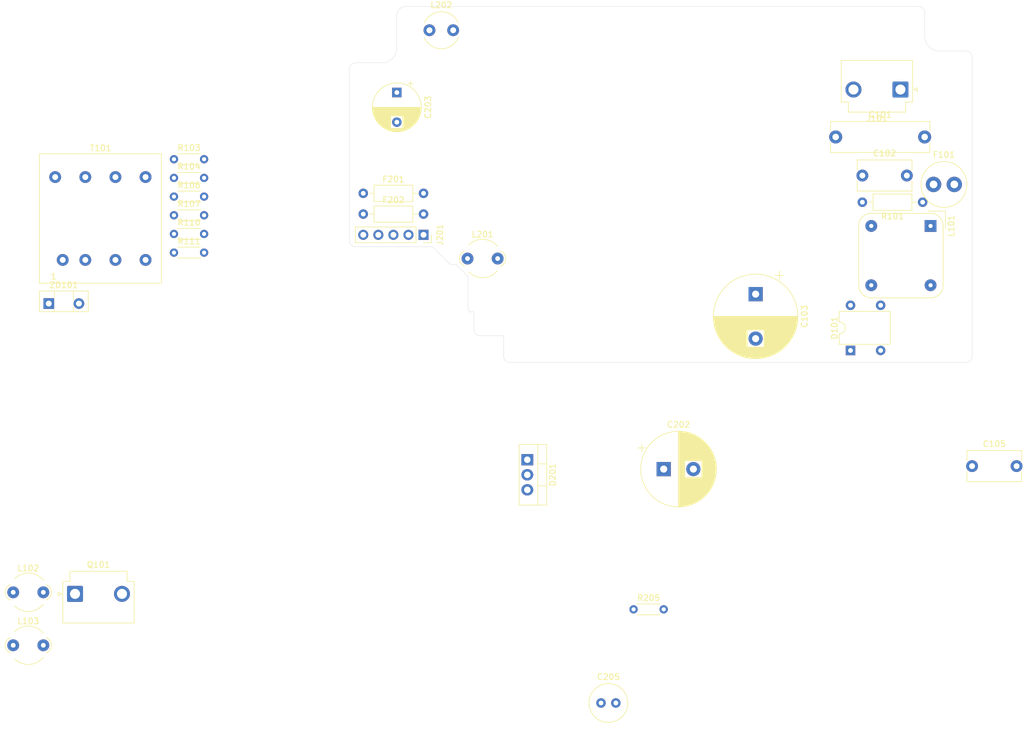
<source format=kicad_pcb>
(kicad_pcb (version 20221018) (generator pcbnew)
  (layers (0 "F.Cu" signal) (31 "B.Cu" signal) (34 "B.Paste" user) (35 "F.Paste" user) (36 "B.SilkS" user "B.Silkscreen") (37 "F.SilkS" user "F.Silkscreen") (38 "B.Mask" user) (39 "F.Mask" user) (44 "Edge.Cuts" user))
  (net 0 "")
  (net 1 "Net-(J101-AC_N)")
  (net 2 "Net-(D101--)")
  (net 3 "GND")
  (net 4 "Net-(C202-Pad1)")
  (net 5 "Net-(D101-+)")
  (net 6 "Net-(C205-Pad1)")
  (net 7 "Net-(D101-Pad3)")
  (net 8 "Net-(D101-Pad2)")
  (net 9 "Net-(D201-K)")
  (net 10 "Net-(D201-A-Pad1)")
  (net 11 "Net-(F202-Pad2)")
  (net 12 "Net-(J101-AC_P)")
  (net 13 "Net-(J201-Pin_5)")
  (net 14 "Net-(J201-Pin_3)")
  (net 15 "Net-(Q101-D)")
  (net 16 "Net-(D102-A)")
  (net 17 "SUB1")
  (net 18 "Net-(L103-Pad2)")
  (net 19 "Net-(Q101-G)")
  (net 20 "SUB3")
  (net 21 "Net-(C105-Pad2)")
  (net 22 "Net-(R103-Pad2)")
  (net 23 "Net-(C106-Pad2)")
  (net 24 "Net-(R106-Pad2)")
  (net 25 "Net-(HS1-Pad2)")
  (net 27 "Net-(R110-Pad2)")
  (net 28 "Net-(ZD101-K)")
  (net 33 "Net-(C101-Pad2)")
  (footprint "Capacitor_THT:C_Rect_L16.5mm_W5.0mm_P15.00mm_MKT" (layer "F.Cu") (at 171 101)
    (fp_text reference "C101" (at 7.5 -3.75) (layer "F.SilkS"))
    (fp_text value "C")
    (pad "1" thru_hole circle (at 0 0) (size 2.2 2.2) (drill 1.1) (layers "*.Cu" "*.Mask") (net 1 "Net-(J101-AC_N)"))
    (pad "2" thru_hole circle (at 15 0) (size 2.2 2.2) (drill 1.1) (layers "*.Cu" "*.Mask") (net 33 "Net-(C101-Pad2)"))
  )
  (footprint "Capacitor_THT:C_Disc_D9.0mm_W5.0mm_P7.50mm" (layer "F.Cu") (at 175.5 107.5)
    (fp_text reference "C102" (at 3.75 -3.75) (layer "F.SilkS"))
    (fp_text value "C")
    (pad "1" thru_hole circle (at 0 0) (size 2 2) (drill 1) (layers "*.Cu" "*.Mask") (net 1 "Net-(J101-AC_N)"))
    (pad "2" thru_hole circle (at 7.5 0) (size 2 2) (drill 1) (layers "*.Cu" "*.Mask") (net 33 "Net-(C101-Pad2)"))
  )
  (footprint "Capacitor_THT:CP_Radial_D14.0mm_P7.50mm" (layer "F.Cu") (at 157.5 127.5 -90)
    (fp_text reference "C103" (at 3.75 -8.25 90) (layer "F.SilkS"))
    (fp_text value "47uF 400V")
    (pad "1" thru_hole rect (at 0 0 270) (size 2.4 2.4) (drill 1.2) (layers "*.Cu" "*.Mask") (net 2 "Net-(D101--)"))
    (pad "2" thru_hole circle (at 7.5 0 270) (size 2.4 2.4) (drill 1.2) (layers "*.Cu" "*.Mask") (net 5 "Net-(D101-+)"))
  )
  (footprint "Capacitor_THT:CP_Radial_D12.5mm_P5.00mm" (layer "F.Cu") (at 142 157)
    (fp_text reference "C202" (at 2.5 -7.5) (layer "F.SilkS"))
    (fp_text value "680uF 35V")
    (pad "1" thru_hole rect (at 0 0) (size 2.4 2.4) (drill 1.2) (layers "*.Cu" "*.Mask") (net 4 "Net-(C202-Pad1)"))
    (pad "2" thru_hole circle (at 5 0) (size 2.4 2.4) (drill 1.2) (layers "*.Cu" "*.Mask") (net 3 "GND"))
  )
  (footprint "Capacitor_THT:CP_Radial_D8.0mm_P5.00mm" (layer "F.Cu") (at 97 93.5 -90)
    (fp_text reference "C203" (at 2.5 -5.25 90) (layer "F.SilkS"))
    (fp_text value "560uF 25V")
    (pad "1" thru_hole rect (at 0 0 270) (size 1.6 1.6) (drill 0.8) (layers "*.Cu" "*.Mask") (net 9 "Net-(D201-K)"))
    (pad "2" thru_hole circle (at 5 0 270) (size 1.6 1.6) (drill 0.8) (layers "*.Cu" "*.Mask") (net 3 "GND"))
  )
  (footprint "Capacitor_THT:C_Radial_D6.3mm_H5.0mm_P2.50mm" (layer "F.Cu") (at 131.43 196.44)
    (fp_text reference "C205" (at 1.25 -4.4) (layer "F.SilkS"))
    (fp_text value "330uF 10V")
    (pad "1" thru_hole circle (at 0 0) (size 1.6 1.6) (drill 0.8) (layers "*.Cu" "*.Mask") (net 6 "Net-(C205-Pad1)"))
    (pad "2" thru_hole circle (at 2.5 0) (size 1.6 1.6) (drill 0.8) (layers "*.Cu" "*.Mask") (net 3 "GND"))
  )
  (footprint "Package_TO_SOT_THT:TO-220-3_Vertical" (layer "F.Cu") (at 119 155.42 -90)
    (fp_text reference "D201" (at 2.54 -4.27 90) (layer "F.SilkS"))
    (fp_text value "MA10799")
    (pad "1" thru_hole rect (at 0 0 270) (size 1.905 2) (drill 1.1) (layers "*.Cu" "*.Mask") (net 10 "Net-(D201-A-Pad1)"))
    (pad "2" thru_hole oval (at 2.54 0 270) (size 1.905 2) (drill 1.1) (layers "*.Cu" "*.Mask") (net 9 "Net-(D201-K)"))
    (pad "3" thru_hole oval (at 5.08 0 270) (size 1.905 2) (drill 1.1) (layers "*.Cu" "*.Mask") (net 10 "Net-(D201-A-Pad1)"))
  )
  (footprint "Inductor_THT:L_Radial_D7.5mm_P3.50mm_Fastron_07P" (layer "F.Cu") (at 187.5 109)
    (fp_text reference "F101" (at 1.75 -5) (layer "F.SilkS"))
    (fp_text value "Fuse")
    (pad "1" thru_hole circle (at 0 0) (size 2.6 2.6) (drill 1.3) (layers "*.Cu" "*.Mask") (net 33 "Net-(C101-Pad2)"))
    (pad "2" thru_hole circle (at 3.5 0) (size 2.6 2.6) (drill 1.3) (layers "*.Cu" "*.Mask") (net 12 "Net-(J101-AC_P)"))
  )
  (footprint "Resistor_THT:R_Axial_DIN0207_L6.3mm_D2.5mm_P10.16mm_Horizontal" (layer "F.Cu") (at 91.34 110.5)
    (fp_text reference "F201" (at 5.08 -2.37) (layer "F.SilkS"))
    (fp_text value "Fuse")
    (pad "1" thru_hole circle (at 0 0) (size 1.6 1.6) (drill 0.8) (layers "*.Cu" "*.Mask") (net 14 "Net-(J201-Pin_3)"))
    (pad "2" thru_hole oval (at 10.16 0) (size 1.6 1.6) (drill 0.8) (layers "*.Cu" "*.Mask") (net 6 "Net-(C205-Pad1)"))
  )
  (footprint "Resistor_THT:R_Axial_DIN0207_L6.3mm_D2.5mm_P10.16mm_Horizontal" (layer "F.Cu") (at 91.34 114)
    (fp_text reference "F202" (at 5.08 -2.37) (layer "F.SilkS"))
    (fp_text value "Fuse")
    (pad "1" thru_hole circle (at 0 0) (size 1.6 1.6) (drill 0.8) (layers "*.Cu" "*.Mask") (net 13 "Net-(J201-Pin_5)"))
    (pad "2" thru_hole oval (at 10.16 0) (size 1.6 1.6) (drill 0.8) (layers "*.Cu" "*.Mask") (net 11 "Net-(F202-Pad2)"))
  )
  (footprint "Connector_JST:JST_VH_B2P3-VH_1x02_P7.92mm_Vertical" (layer "F.Cu") (at 181.92 93 180)
    (fp_text reference "J101" (at 3.96 -4.9 180) (layer "F.SilkS"))
    (fp_text value "Conn_WallPlug")
    (pad "1" thru_hole roundrect (at 0 0 180) (size 2.7 2.7) (drill 1.7) (layers "*.Cu" "*.Mask") (roundrect_rratio 0.092593) (net 12 "Net-(J101-AC_P)"))
    (pad "2" thru_hole circle (at 7.92 0 180) (size 2.7 2.7) (drill 1.7) (layers "*.Cu" "*.Mask") (net 1 "Net-(J101-AC_N)"))
  )
  (footprint "Ferrite_THT:LairdTech_28C0236-0JW-10" (layer "F.Cu") (at 108.92 121.5)
    (fp_text reference "L201" (at 2.54 -4.064) (layer "F.SilkS"))
    (fp_text value "Ferrite_Bead")
    (pad "1" thru_hole circle (at 0 0) (size 2 2) (drill 0.8) (layers "*.Cu" "*.Mask") (net 11 "Net-(F202-Pad2)"))
    (pad "2" thru_hole circle (at 5.08 0) (size 2 2) (drill 0.8) (layers "*.Cu" "*.Mask") (net 9 "Net-(D201-K)"))
  )
  (footprint "Inductor_THT:L_Radial_D6.0mm_P4.00mm" (layer "F.Cu") (at 102.5 83)
    (fp_text reference "L202" (at 2 -4.25) (layer "F.SilkS"))
    (fp_text value "L_Core_Ferrite")
    (pad "1" thru_hole circle (at 0 0) (size 2 2) (drill 1) (layers "*.Cu" "*.Mask") (net 6 "Net-(C205-Pad1)"))
    (pad "2" thru_hole circle (at 4 0) (size 2 2) (drill 1) (layers "*.Cu" "*.Mask") (net 4 "Net-(C202-Pad1)"))
  )
  (footprint "Resistor_THT:R_Axial_DIN0207_L6.3mm_D2.5mm_P10.16mm_Horizontal" (layer "F.Cu") (at 185.66 112 180)
    (fp_text reference "R101" (at 5.08 -2.37 180) (layer "F.SilkS"))
    (fp_text value "3.1k")
    (pad "1" thru_hole circle (at 0 0 180) (size 1.6 1.6) (drill 0.8) (layers "*.Cu" "*.Mask") (net 33 "Net-(C101-Pad2)"))
    (pad "2" thru_hole oval (at 10.16 0 180) (size 1.6 1.6) (drill 0.8) (layers "*.Cu" "*.Mask") (net 1 "Net-(J101-AC_N)"))
  )
  (footprint "Resistor_THT:R_Axial_DIN0204_L3.6mm_D1.6mm_P5.08mm_Horizontal" (layer "F.Cu") (at 136.92 180.65)
    (fp_text reference "R205" (at 2.54 -1.92) (layer "F.SilkS"))
    (fp_text value "3.1k")
    (pad "1" thru_hole circle (at 0 0) (size 1.4 1.4) (drill 0.7) (layers "*.Cu" "*.Mask") (net 6 "Net-(C205-Pad1)"))
    (pad "2" thru_hole oval (at 5.08 0) (size 1.4 1.4) (drill 0.7) (layers "*.Cu" "*.Mask") (net 3 "GND"))
  )
  (footprint "Diode_THT:Diode_Bridge_DIP-4_W7.62mm_P5.08mm" (layer "F.Cu") (at 173.5 137 90)
    (fp_text reference "D101" (at 3.8 -2.7 90) (layer "F.SilkS"))
    (fp_text value "S1WB")
    (pad "1" thru_hole rect (at 0 0 90) (size 1.6 1.6) (drill 0.8) (layers "*.Cu" "*.Mask") (net 5 "Net-(D101-+)"))
    (pad "2" thru_hole oval (at 0 5.08 90) (size 1.6 1.6) (drill 0.8) (layers "*.Cu" "*.Mask") (net 8 "Net-(D101-Pad2)"))
    (pad "3" thru_hole oval (at 7.62 5.08 90) (size 1.6 1.6) (drill 0.8) (layers "*.Cu" "*.Mask") (net 7 "Net-(D101-Pad3)"))
    (pad "4" thru_hole oval (at 7.62 0 90) (size 1.6 1.6) (drill 0.8) (layers "*.Cu" "*.Mask") (net 2 "Net-(D101--)"))
  )
  (footprint "Package_TO_SOT_THT:TO-126-2_Vertical" (layer "F.Cu") (at 38.31 129.09)
    (fp_text reference "ZD101" (at 2.54 -3.12) (layer "F.SilkS"))
    (fp_text value "D_Zener")
    (pad "1" thru_hole rect (at 0 0) (size 1.8 1.8) (drill 1) (layers "*.Cu" "*.Mask") (net 28 "Net-(ZD101-K)"))
    (pad "2" thru_hole oval (at 5.08 0) (size 1.8 1.8) (drill 1) (layers "*.Cu" "*.Mask") (net 20 "SUB3"))
  )
  (footprint "Resistor_THT:R_Axial_DIN0204_L3.6mm_D1.6mm_P5.08mm_Horizontal" (layer "F.Cu") (at 59.42 114.2)
    (fp_text reference "R107" (at 2.54 -1.92) (layer "F.SilkS"))
    (fp_text value "R")
    (pad "1" thru_hole circle (at 0 0) (size 1.4 1.4) (drill 0.7) (layers "*.Cu" "*.Mask") (net 25 "Net-(HS1-Pad2)"))
    (pad "2" thru_hole oval (at 5.08 0) (size 1.4 1.4) (drill 0.7) (layers "*.Cu" "*.Mask"))
  )
  (footprint "Resistor_THT:R_Axial_DIN0204_L3.6mm_D1.6mm_P5.08mm_Horizontal" (layer "F.Cu") (at 59.42 107.9)
    (fp_text reference "R104" (at 2.54 -1.92) (layer "F.SilkS"))
    (fp_text value "R")
    (pad "1" thru_hole circle (at 0 0) (size 1.4 1.4) (drill 0.7) (layers "*.Cu" "*.Mask") (net 18 "Net-(L103-Pad2)"))
    (pad "2" thru_hole oval (at 5.08 0) (size 1.4 1.4) (drill 0.7) (layers "*.Cu" "*.Mask") (net 23 "Net-(C106-Pad2)"))
  )
  (footprint "Resistor_THT:R_Axial_DIN0204_L3.6mm_D1.6mm_P5.08mm_Horizontal" (layer "F.Cu") (at 59.42 120.5)
    (fp_text reference "R111" (at 2.54 -1.92) (layer "F.SilkS"))
    (fp_text value "R")
    (pad "1" thru_hole circle (at 0 0) (size 1.4 1.4) (drill 0.7) (layers "*.Cu" "*.Mask") (net 27 "Net-(R110-Pad2)"))
    (pad "2" thru_hole oval (at 5.08 0) (size 1.4 1.4) (drill 0.7) (layers "*.Cu" "*.Mask") (net 28 "Net-(ZD101-K)"))
  )
  (footprint "Inductor_THT:Choke_Schaffner_RN102-04-14.0x14.0mm" (layer "F.Cu") (at 187 116 -90)
    (fp_text reference "L101" (at 0 -3.5 90) (layer "F.SilkS"))
    (fp_text value "EMI_Filter_CommonMode")
    (pad "1" thru_hole rect (at 0 0 270) (size 2 2) (drill 0.7) (layers "*.Cu" "*.Mask") (net 33 "Net-(C101-Pad2)"))
    (pad "2" thru_hole circle (at 10 0 270) (size 2 2) (drill 0.7) (layers "*.Cu" "*.Mask") (net 8 "Net-(D101-Pad2)"))
    (pad "3" thru_hole circle (at 0 10 270) (size 2 2) (drill 0.7) (layers "*.Cu" "*.Mask") (net 1 "Net-(J101-AC_N)"))
    (pad "4" thru_hole circle (at 10 10 270) (size 2 2) (drill 0.7) (layers "*.Cu" "*.Mask") (net 7 "Net-(D101-Pad3)"))
  )
  (footprint "Connector_JST:JST_VH_B2P3-VH_1x02_P7.92mm_Vertical" (layer "F.Cu") (at 42.735 178.04)
    (fp_text reference "Q101" (at 3.96 -4.9) (layer "F.SilkS"))
    (fp_text value "Q_NMOS_GDS")
    (pad "1" thru_hole roundrect (at 0 0) (size 2.7 2.7) (drill 1.7) (layers "*.Cu" "*.Mask") (roundrect_rratio 0.092593) (net 19 "Net-(Q101-G)"))
    (pad "2" thru_hole circle (at 7.92 0) (size 2.7 2.7) (drill 1.7) (layers "*.Cu" "*.Mask") (net 15 "Net-(Q101-D)"))
  )
  (footprint "Resistor_THT:R_Axial_DIN0204_L3.6mm_D1.6mm_P5.08mm_Horizontal" (layer "F.Cu") (at 59.42 117.35)
    (fp_text reference "R110" (at 2.54 -1.92) (layer "F.SilkS"))
    (fp_text value "R")
    (pad "1" thru_hole circle (at 0 0) (size 1.4 1.4) (drill 0.7) (layers "*.Cu" "*.Mask") (net 24 "Net-(R106-Pad2)"))
    (pad "2" thru_hole oval (at 5.08 0) (size 1.4 1.4) (drill 0.7) (layers "*.Cu" "*.Mask") (net 27 "Net-(R110-Pad2)"))
  )
  (footprint "Capacitor_THT:C_Disc_D9.0mm_W5.0mm_P7.50mm" (layer "F.Cu") (at 194 156.5)
    (fp_text reference "C105" (at 3.75 -3.75) (layer "F.SilkS"))
    (fp_text value "KH472M")
    (pad "1" thru_hole circle (at 0 0) (size 2 2) (drill 1) (layers "*.Cu" "*.Mask") (net 20 "SUB3"))
    (pad "2" thru_hole circle (at 7.5 0) (size 2 2) (drill 1) (layers "*.Cu" "*.Mask") (net 21 "Net-(C105-Pad2)"))
  )
  (footprint "Ferrite_THT:LairdTech_28C0236-0JW-10" (layer "F.Cu") (at 32.312832 177.78)
    (fp_text reference "L102" (at 2.54 -4.064) (layer "F.SilkS"))
    (fp_text value "Ferrite_Bead")
    (pad "1" thru_hole circle (at 0 0) (size 2 2) (drill 0.8) (layers "*.Cu" "*.Mask") (net 15 "Net-(Q101-D)"))
    (pad "2" thru_hole circle (at 5.08 0) (size 2 2) (drill 0.8) (layers "*.Cu" "*.Mask") (net 16 "Net-(D102-A)"))
  )
  (footprint "Connector_PinSocket_2.54mm:PinSocket_1x05_P2.54mm_Vertical" (layer "F.Cu") (at 101.5 117.5 -90)
    (fp_text reference "J201" (at 0 -2.77 90) (layer "F.SilkS"))
    (fp_text value "Conn_01x05")
    (pad "1" thru_hole rect (at 0 0 270) (size 1.7 1.7) (drill 1) (layers "*.Cu" "*.Mask") (net 3 "GND"))
    (pad "2" thru_hole oval (at 0 2.54 270) (size 1.7 1.7) (drill 1) (layers "*.Cu" "*.Mask") (net 3 "GND"))
    (pad "3" thru_hole oval (at 0 5.08 270) (size 1.7 1.7) (drill 1) (layers "*.Cu" "*.Mask") (net 14 "Net-(J201-Pin_3)"))
    (pad "4" thru_hole oval (at 0 7.62 270) (size 1.7 1.7) (drill 1) (layers "*.Cu" "*.Mask") (net 14 "Net-(J201-Pin_3)"))
    (pad "5" thru_hole oval (at 0 10.16 270) (size 1.7 1.7) (drill 1) (layers "*.Cu" "*.Mask") (net 13 "Net-(J201-Pin_5)"))
  )
  (footprint "Resistor_THT:R_Axial_DIN0204_L3.6mm_D1.6mm_P5.08mm_Horizontal" (layer "F.Cu") (at 59.42 104.75)
    (fp_text reference "R103" (at 2.54 -1.92) (layer "F.SilkS"))
    (fp_text value "R")
    (pad "1" thru_hole circle (at 0 0) (size 1.4 1.4) (drill 0.7) (layers "*.Cu" "*.Mask") (net 2 "Net-(D101--)"))
    (pad "2" thru_hole oval (at 5.08 0) (size 1.4 1.4) (drill 0.7) (layers "*.Cu" "*.Mask") (net 22 "Net-(R103-Pad2)"))
  )
  (footprint "Transformer_THT:Transformer_Coilcraft_Q4434-B_Rhombus-T1311" (layer "F.Cu") (at 40.66 121.73)
    (fp_text reference "T101" (at 6.4 -18.85) (layer "F.SilkS"))
    (fp_text value "BM116A")
    (fp_text user "1" (at -1.52 2.79) (layer "F.SilkS"))
    (pad "1" thru_hole circle (at 0 0) (size 2 2) (drill 1) (layers "*.Cu" "*.Mask") (net 20 "SUB3"))
    (pad "2" thru_hole circle (at 3.81 0) (size 2 2) (drill 1) (layers "*.Cu" "*.Mask") (net 18 "Net-(L103-Pad2)"))
    (pad "3" thru_hole circle (at 8.89 0) (size 2 2) (drill 1) (layers "*.Cu" "*.Mask") (net 16 "Net-(D102-A)"))
    (pad "4" thru_hole circle (at 13.97 0) (size 2 2) (drill 1) (layers "*.Cu" "*.Mask") (net 2 "Net-(D101--)"))
    (pad "5" thru_hole circle (at 13.97 -13.97) (size 2 2) (drill 1) (layers "*.Cu" "*.Mask"))
    (pad "6" thru_hole circle (at 8.89 -13.97) (size 2 2) (drill 1) (layers "*.Cu" "*.Mask"))
    (pad "7" thru_hole circle (at 3.81 -13.97) (size 2 2) (drill 1) (layers "*.Cu" "*.Mask"))
    (pad "8" thru_hole circle (at -1.27 -13.97) (size 2 2) (drill 1) (layers "*.Cu" "*.Mask"))
  )
  (footprint "Ferrite_THT:LairdTech_28C0236-0JW-10" (layer "F.Cu") (at 32.312832 186.71)
    (fp_text reference "L103" (at 2.54 -4.064) (layer "F.SilkS"))
    (fp_text value "Ferrite_Bead")
    (pad "1" thru_hole circle (at 0 0) (size 2 2) (drill 0.8) (layers "*.Cu" "*.Mask") (net 17 "SUB1"))
    (pad "2" thru_hole circle (at 5.08 0) (size 2 2) (drill 0.8) (layers "*.Cu" "*.Mask") (net 18 "Net-(L103-Pad2)"))
  )
  (footprint "Resistor_THT:R_Axial_DIN0204_L3.6mm_D1.6mm_P5.08mm_Horizontal" (layer "F.Cu") (at 59.42 111.05)
    (fp_text reference "R106" (at 2.54 -1.92) (layer "F.SilkS"))
    (fp_text value "R")
    (pad "1" thru_hole circle (at 0 0) (size 1.4 1.4) (drill 0.7) (layers "*.Cu" "*.Mask") (net 22 "Net-(R103-Pad2)"))
    (pad "2" thru_hole oval (at 5.08 0) (size 1.4 1.4) (drill 0.7) (layers "*.Cu" "*.Mask") (net 24 "Net-(R106-Pad2)"))
  )
  (gr_line (start 90 88.5) (end 94.5 88.5) (stroke (width 0.05)) (layer "Edge.Cuts"))
  (gr_arc (start 116 139) (mid 115.292893 138.707107) (end 115 138) (stroke (width 0.05)) (layer "Edge.Cuts"))
  (gr_line (start 185 79) (end 98.5 79) (stroke (width 0.05)) (layer "Edge.Cuts"))
  (gr_line (start 194 138) (end 194 87.5) (stroke (width 0.05)) (layer "Edge.Cuts"))
  (gr_line (start 115 138) (end 115 134.5) (stroke (width 0.05)) (layer "Edge.Cuts"))
  (gr_arc (start 111 134.5) (mid 110.292893 134.207107) (end 110 133.5) (stroke (width 0.05)) (layer "Edge.Cuts"))
  (gr_line (start 89 89.5) (end 89 118.5) (stroke (width 0.05)) (layer "Edge.Cuts"))
  (gr_line (start 115 134.5) (end 111 134.5) (stroke (width 0.05)) (layer "Edge.Cuts"))
  (gr_line (start 193 139) (end 116 139) (stroke (width 0.05)) (layer "Edge.Cuts"))
  (gr_line (start 107 122.5) (end 106 122.5) (stroke (width 0.05)) (layer "Edge.Cuts"))
  (gr_line (start 110 133.5) (end 110 130.5) (stroke (width 0.05)) (layer "Edge.Cuts"))
  (gr_arc (start 97 80.5) (mid 97.43934 79.43934) (end 98.5 79) (stroke (width 0.05)) (layer "Edge.Cuts"))
  (gr_line (start 109 124.5) (end 107 122.5) (stroke (width 0.05)) (layer "Edge.Cuts"))
  (gr_line (start 103 119.5) (end 90 119.5) (stroke (width 0.05)) (layer "Edge.Cuts"))
  (gr_line (start 110 130.5) (end 109.5 130.5) (stroke (width 0.05)) (layer "Edge.Cuts"))
  (gr_line (start 193 86.5) (end 188.5 86.5) (stroke (width 0.05)) (layer "Edge.Cuts"))
  (gr_arc (start 188.5 86.5) (mid 186.732233 85.767767) (end 186 84) (stroke (width 0.05)) (layer "Edge.Cuts"))
  (gr_arc (start 109.5 130.5) (mid 109.146447 130.353553) (end 109 130) (stroke (width 0.05)) (layer "Edge.Cuts"))
  (gr_line (start 186 84) (end 186 80) (stroke (width 0.05)) (layer "Edge.Cuts"))
  (gr_line (start 97 80.5) (end 97 86) (stroke (width 0.05)) (layer "Edge.Cuts"))
  (gr_line (start 106 122.5) (end 103 119.5) (stroke (width 0.05)) (layer "Edge.Cuts"))
  (gr_arc (start 185 79) (mid 185.707107 79.292893) (end 186 80) (stroke (width 0.05)) (layer "Edge.Cuts"))
  (gr_arc (start 194 138) (mid 193.707107 138.707107) (end 193 139) (stroke (width 0.05)) (layer "Edge.Cuts"))
  (gr_arc (start 193 86.5) (mid 193.707107 86.792893) (end 194 87.5) (stroke (width 0.05)) (layer "Edge.Cuts"))
  (gr_line (start 109 130) (end 109 124.5) (stroke (width 0.05)) (layer "Edge.Cuts"))
  (gr_arc (start 89 89.5) (mid 89.292893 88.792893) (end 90 88.5) (stroke (width 0.05)) (layer "Edge.Cuts"))
  (gr_arc (start 97 86) (mid 96.267767 87.767767) (end 94.5 88.5) (stroke (width 0.05)) (layer "Edge.Cuts"))
  (gr_arc (start 90 119.5) (mid 89.292893 119.207107) (end 89 118.5) (stroke (width 0.05)) (layer "Edge.Cuts"))
)
</source>
